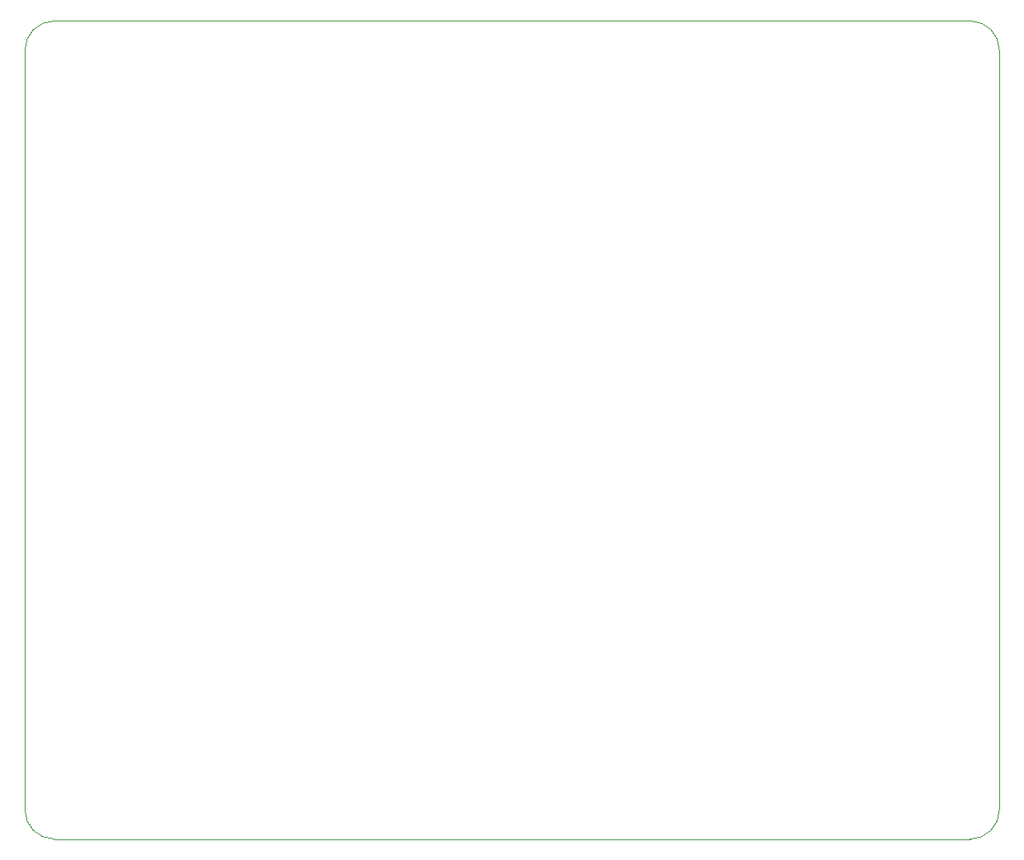
<source format=gbr>
G04 #@! TF.GenerationSoftware,KiCad,Pcbnew,(5.1.0)-1*
G04 #@! TF.CreationDate,2020-01-03T20:23:20+09:00*
G04 #@! TF.ProjectId,100cm^2,31303063-6d5e-4322-9e6b-696361645f70,rev?*
G04 #@! TF.SameCoordinates,Original*
G04 #@! TF.FileFunction,Profile,NP*
%FSLAX46Y46*%
G04 Gerber Fmt 4.6, Leading zero omitted, Abs format (unit mm)*
G04 Created by KiCad (PCBNEW (5.1.0)-1) date 2020-01-03 20:23:20*
%MOMM*%
%LPD*%
G04 APERTURE LIST*
%ADD10C,0.100000*%
G04 APERTURE END LIST*
D10*
X250000000Y-131000000D02*
G75*
G02X247000000Y-134000000I-3000000J0D01*
G01*
X153000000Y-134000000D02*
G75*
G02X150000000Y-131000000I0J3000000D01*
G01*
X150000000Y-53000000D02*
G75*
G02X153000000Y-50000000I3000000J0D01*
G01*
X247000000Y-50000000D02*
G75*
G02X250000000Y-53000000I0J-3000000D01*
G01*
X247000000Y-50000000D02*
X153000000Y-50000000D01*
X250000000Y-131000000D02*
X250000000Y-53000000D01*
X153000000Y-134000000D02*
X247000000Y-134000000D01*
X150000000Y-53000000D02*
X150000000Y-131000000D01*
M02*

</source>
